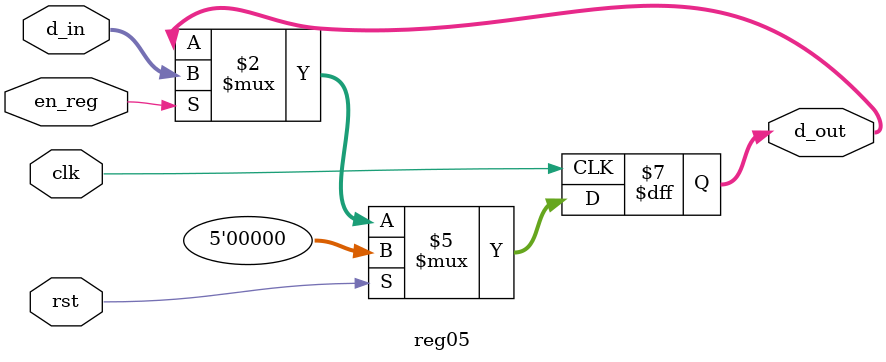
<source format=v>
/*
	Title: 32-Bit Register with Synchronous Reset
	Editor: Selene (Computer System and Architecture Lab, ICE, CYCU)
	
	Input Port
		1. clk
		2. rst: ????
		3. en_reg: ??????????
		4. d_in: ?????????
	Output Port
		1. d_out: ?????????
*/
module reg05 ( clk, rst, en_reg, d_in, d_out );
  input clk, rst, en_reg;
  input[04:0]	d_in;
  output[04:0] d_out;
  reg [04:0] d_out;
 
  always @( posedge clk ) begin
    if ( rst )
      d_out <= 5'b0;
    else if ( en_reg )
      d_out <= d_in;
  end

endmodule
	


</source>
